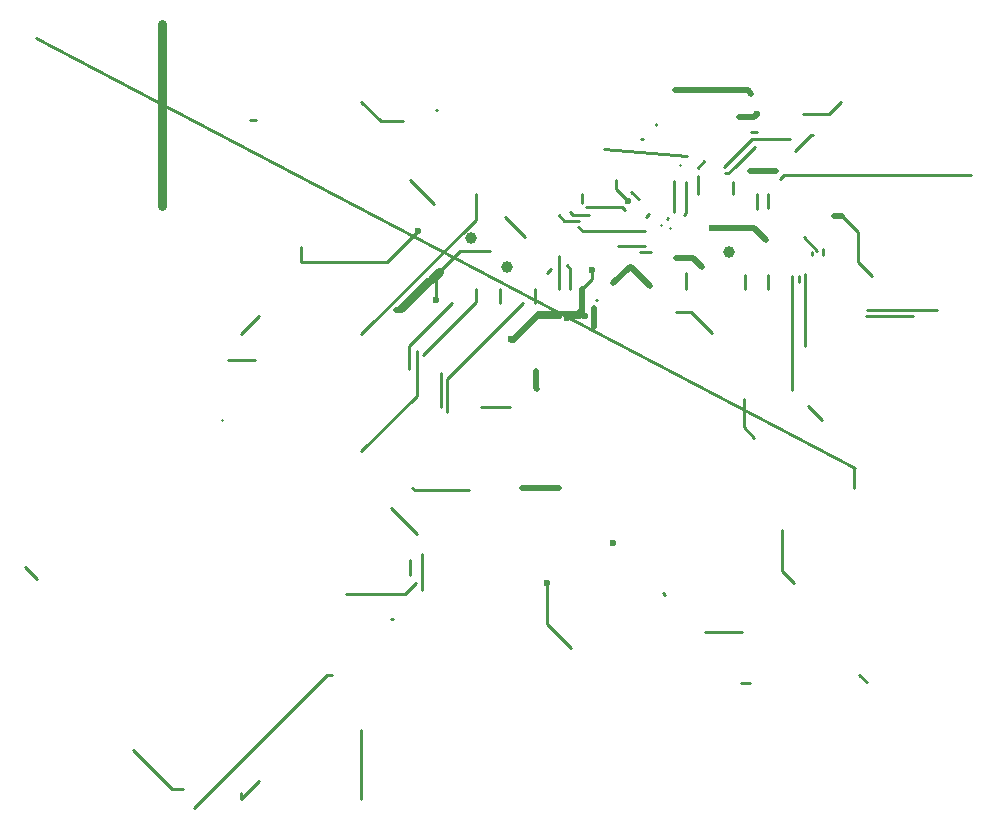
<source format=gbr>
From d4d0f850f0e5906eb014ba6ac8b834d22ef92845 Mon Sep 17 00:00:00 2001
From: jaseg <git@jaseg.net>
Date: Wed, 6 Sep 2017 14:30:43 +0200
Subject: Fix up version label and one ground trace

---
 hw/chibi/chibi_2024/gerbers/chibi_2024-B.Cu.gbr | 151 +++++++++++++-----------
 1 file changed, 80 insertions(+), 71 deletions(-)

(limited to 'hw/chibi/chibi_2024/gerbers/chibi_2024-B.Cu.gbr')

diff --git a/hw/chibi/chibi_2024/gerbers/chibi_2024-B.Cu.gbr b/hw/chibi/chibi_2024/gerbers/chibi_2024-B.Cu.gbr
index 2df4e79..af1bb0f 100644
--- a/hw/chibi/chibi_2024/gerbers/chibi_2024-B.Cu.gbr
+++ b/hw/chibi/chibi_2024/gerbers/chibi_2024-B.Cu.gbr
@@ -1,7 +1,7 @@
 G04 #@! TF.FileFunction,Copper,L2,Bot,Signal*
 %FSLAX46Y46*%
 G04 Gerber Fmt 4.6, Leading zero omitted, Abs format (unit mm)*
-G04 Created by KiCad (PCBNEW 4.0.6) date Wed Sep  6 13:58:48 2017*
+G04 Created by KiCad (PCBNEW 4.0.6) date Wed Sep  6 14:29:47 2017*
 %MOMM*%
 %LPD*%
 G01*
@@ -23,8 +23,8 @@ G04 APERTURE LIST*
 %ADD24O,1.727200X1.727200*%
 %ADD25C,0.600000*%
 %ADD26C,1.000000*%
-%ADD27C,0.254000*%
-%ADD28C,0.500000*%
+%ADD27C,0.500000*%
+%ADD28C,0.254000*%
 %ADD29C,0.800000*%
 %ADD30C,0.350000*%
 %ADD31C,1.000000*%
@@ -240,6 +240,11 @@ X120650000Y-60960000D03*
 X130810000Y-60960000D03*
 X123190000Y-60960000D03*
 D25*
+X96393000Y-79121000D03*
+X95885000Y-79121000D03*
+X94869000Y-79248000D03*
+X94234000Y-79121000D03*
+X90297000Y-81153000D03*
 X98806000Y-98298000D03*
 X93218000Y-101727000D03*
 X107188000Y-71628000D03*
@@ -278,7 +283,6 @@ X110998000Y-61976000D03*
 X100076000Y-69342000D03*
 X97028000Y-75184000D03*
 X82296000Y-71882000D03*
-X90170000Y-81026000D03*
 X83820000Y-77724000D03*
 X83820000Y-75692000D03*
 D26*
@@ -466,18 +470,31 @@ X89789000Y-74930000D03*
 X86741000Y-72517000D03*
 X108585000Y-73660000D03*
 D27*
+X96178000Y-78906000D02*
+X96178000Y-76771000D01*
+X96393000Y-79121000D02*
+X96178000Y-78906000D01*
+X94996000Y-79121000D02*
+X95885000Y-79121000D01*
+X94869000Y-79248000D02*
+X94996000Y-79121000D01*
+X92329000Y-79121000D02*
+X94234000Y-79121000D01*
+X90297000Y-81153000D02*
+X92329000Y-79121000D01*
+D28*
 X93218000Y-105168000D02*
 X95250000Y-107200000D01*
 X93218000Y-101727000D02*
 X93218000Y-105168000D01*
-D28*
+D27*
 X110744000Y-71628000D02*
 X110109000Y-71628000D01*
 X110109000Y-71628000D02*
 X107188000Y-71628000D01*
 X111760000Y-72644000D02*
 X110744000Y-71628000D01*
-D27*
+D28*
 X83025000Y-75975000D02*
 X83450000Y-75975000D01*
 X80400000Y-78600000D02*
@@ -485,12 +502,12 @@ X83025000Y-75975000D01*
 D29*
 X83450000Y-75975000D02*
 X84030500Y-75394500D01*
-D28*
+D27*
 X80400000Y-78600000D02*
 X80912000Y-78600000D01*
 X80912000Y-78600000D02*
 X83820000Y-75692000D01*
-D27*
+D28*
 X89662000Y-70739000D02*
 X91313000Y-72390000D01*
 X91313000Y-72390000D02*
@@ -519,7 +536,7 @@ X65659000Y-87900000D02*
 X65700000Y-87900000D01*
 X65700000Y-87900000D02*
 X65659000Y-87900000D01*
-D27*
+D28*
 X68453000Y-82804000D02*
 X66230500Y-82804000D01*
 X66230500Y-82804000D02*
@@ -563,7 +580,7 @@ X110371600Y-110190000D02*
 X109664000Y-110190000D01*
 X103000000Y-102492000D02*
 X103208000Y-102700000D01*
-D28*
+D27*
 X94183200Y-93675200D02*
 X91059000Y-93675200D01*
 X103000000Y-102492000D02*
@@ -627,29 +644,21 @@ X110744000Y-62230000D02*
 X109474000Y-62230000D01*
 X110998000Y-61976000D02*
 X110744000Y-62230000D01*
-D27*
+D28*
 X99060000Y-67564000D02*
 X99060000Y-68326000D01*
 X99060000Y-68326000D02*
 X100076000Y-69342000D01*
-X97028000Y-75184000D02*
-X97028000Y-75921000D01*
 X97028000Y-75921000D02*
 X96178000Y-76771000D01*
+X97028000Y-75184000D02*
+X97028000Y-75921000D01*
 X72390000Y-74549000D02*
 X72390000Y-73215500D01*
 X79629000Y-74549000D02*
 X72390000Y-74549000D01*
 X82296000Y-71882000D02*
 X79629000Y-74549000D01*
-X96178000Y-76771000D02*
-X96178000Y-78320000D01*
-X96178000Y-78320000D02*
-X95758000Y-78740000D01*
-X95758000Y-78740000D02*
-X92456000Y-78740000D01*
-X92456000Y-78740000D02*
-X90170000Y-81026000D01*
 X83820000Y-77724000D02*
 X83820000Y-75692000D01*
 X84030500Y-75481500D02*
@@ -705,7 +714,7 @@ X74993500Y-109474000D02*
 X74549000Y-109474000D01*
 X63309500Y-120713500D02*
 X74549000Y-109474000D01*
-D27*
+D28*
 X109742943Y-105832057D02*
 X106607986Y-105832057D01*
 X111450000Y-104125000D02*
@@ -749,7 +758,7 @@ X84030500Y-75394500D02*
 X85825000Y-73600000D01*
 X85825000Y-73600000D02*
 X88375000Y-73600000D01*
-D27*
+D28*
 X119202200Y-91960700D02*
 X119202200Y-93649800D01*
 X119240300Y-91922600D02*
@@ -765,7 +774,7 @@ X49974000Y-55516000D01*
 D32*
 X120250000Y-110090000D02*
 X121500000Y-111340000D01*
-D27*
+D28*
 X120250000Y-110090000D02*
 X119634000Y-109474000D01*
 D32*
@@ -783,7 +792,7 @@ X50038000Y-85598000D02*
 X50927000Y-86487000D01*
 X50927000Y-86487000D02*
 X50927000Y-91012000D01*
-D27*
+D28*
 X50038000Y-101346000D02*
 X49022000Y-100330000D01*
 X49022000Y-100330000D02*
@@ -837,7 +846,7 @@ X86563200Y-93853000D02*
 X81991200Y-93853000D01*
 X81991200Y-93853000D02*
 X81762600Y-93624400D01*
-D27*
+D28*
 X96178000Y-76771000D02*
 X96178000Y-77864600D01*
 X96178000Y-75703800D02*
@@ -853,14 +862,14 @@ X109855000Y-88519000D02*
 X109855000Y-86106000D01*
 X110744000Y-89408000D02*
 X109855000Y-88519000D01*
-D28*
+D27*
 X110500000Y-60275000D02*
 X110175000Y-59950000D01*
 X110175000Y-59950000D02*
 X104075000Y-59950000D01*
 X112600000Y-66800000D02*
 X110425000Y-66800000D01*
-D27*
+D28*
 X110175000Y-59950000D02*
 X104075000Y-59950000D01*
 D32*
@@ -992,7 +1001,7 @@ X109601000Y-78740000D02*
 X111633000Y-78740000D01*
 X108942000Y-78081000D02*
 X109601000Y-78740000D01*
-D27*
+D28*
 X109942000Y-76771000D02*
 X109942000Y-75605000D01*
 X109942000Y-75605000D02*
@@ -1014,7 +1023,7 @@ X115062000Y-81661000D02*
 X115062000Y-75565000D01*
 X109942000Y-76668000D02*
 X109942000Y-76771000D01*
-D27*
+D28*
 X111942000Y-76771000D02*
 X111942000Y-75637000D01*
 X111942000Y-75637000D02*
@@ -1042,7 +1051,7 @@ X113919000Y-85344000D02*
 X113919000Y-75692000D01*
 X115316000Y-86741000D02*
 X116478050Y-87903050D01*
-D27*
+D28*
 X114554000Y-76200000D02*
 X114554000Y-75692000D01*
 X110942000Y-75494000D02*
@@ -1094,7 +1103,7 @@ X113300000Y-67100000D02*
 X112942000Y-67458000D01*
 X129115000Y-67100000D02*
 X113300000Y-67100000D01*
-D27*
+D28*
 X114935000Y-72390000D02*
 X116100000Y-73555000D01*
 X116100000Y-73555000D02*
@@ -1124,7 +1133,7 @@ X124206000Y-79121000D02*
 X120200000Y-79121000D01*
 X110942000Y-70048000D02*
 X110942000Y-68771000D01*
-D27*
+D28*
 X116600000Y-73914000D02*
 X116600000Y-73420000D01*
 X111942000Y-70286000D02*
@@ -1150,7 +1159,7 @@ X120300000Y-78613000D02*
 X126238000Y-78613000D01*
 X111942000Y-68771000D02*
 X111942000Y-69905000D01*
-D27*
+D28*
 X115600000Y-73914000D02*
 X115600000Y-73690000D01*
 X112141000Y-72136000D02*
@@ -1184,7 +1193,7 @@ X115697000Y-63792100D02*
 X115548900Y-63792100D01*
 X115548900Y-63792100D02*
 X114236000Y-65105000D01*
-D27*
+D28*
 X108942000Y-68771000D02*
 X108942000Y-67715000D01*
 D32*
@@ -1194,7 +1203,7 @@ X107378000Y-66502000D02*
 X108173800Y-66502000D01*
 X106942000Y-66938000D02*
 X107378000Y-66502000D01*
-D27*
+D28*
 X110591600Y-64084200D02*
 X113751006Y-64084200D01*
 D32*
@@ -1202,7 +1211,7 @@ X115351206Y-62484000D02*
 X124206000Y-62484000D01*
 X124206000Y-62484000D02*
 X125730000Y-60960000D01*
-D27*
+D28*
 X110591600Y-64084200D02*
 X108173800Y-66502000D01*
 X113751006Y-64084200D02*
@@ -1220,7 +1229,7 @@ X108529400Y-67010000D02*
 X108267000Y-67010000D01*
 X109096700Y-66442700D02*
 X108529400Y-67010000D01*
-D27*
+D28*
 X109096700Y-66442700D02*
 X110769400Y-64770000D01*
 X110769400Y-64770000D02*
@@ -1242,7 +1251,7 @@ X105942000Y-66541000D02*
 X106489000Y-65994000D01*
 X105942000Y-68771000D02*
 X105942000Y-67264000D01*
-D27*
+D28*
 X110972600Y-63474600D02*
 X110439200Y-63474600D01*
 X110439200Y-63474600D02*
@@ -1256,7 +1265,7 @@ X118110000Y-60960000D02*
 X117094000Y-61976000D01*
 X117094000Y-61976000D02*
 X114909600Y-61976000D01*
-D27*
+D28*
 X105942000Y-68771000D02*
 X105942000Y-67641600D01*
 D29*
@@ -1479,7 +1488,7 @@ X60636002Y-69723000D02*
 X60636002Y-54363998D01*
 X60579000Y-69780002D02*
 X60636002Y-69723000D01*
-D27*
+D28*
 X83858100Y-61633100D02*
 X83794600Y-61633100D01*
 X83794600Y-61633100D02*
@@ -1527,7 +1536,7 @@ X79121000Y-62611000D02*
 X77470000Y-60960000D01*
 X81026000Y-62611000D02*
 X79121000Y-62611000D01*
-D27*
+D28*
 X68580000Y-62484000D02*
 X68072000Y-62484000D01*
 X68072000Y-62484000D02*
@@ -1707,7 +1716,7 @@ X87178000Y-68771000D02*
 X87178000Y-70937000D01*
 X87178000Y-70937000D02*
 X77470000Y-80645000D01*
-D27*
+D28*
 X67310000Y-80645000D02*
 X68834000Y-79121000D01*
 X75692000Y-79121000D02*
@@ -1729,7 +1738,7 @@ X85178000Y-78017000D02*
 X81534000Y-81661000D01*
 X81534000Y-81661000D02*
 X81534000Y-83566000D01*
-D27*
+D28*
 X81622900Y-101003100D02*
 X81622900Y-99733100D01*
 X77924002Y-90858998D02*
@@ -1751,7 +1760,7 @@ X82677000Y-82423000D02*
 X87178000Y-77922000D01*
 X87178000Y-77922000D02*
 X87178000Y-76771000D01*
-D27*
+D28*
 X82169000Y-85852000D02*
 X77470000Y-90551000D01*
 X77470000Y-90551000D02*
@@ -1767,7 +1776,7 @@ X82169000Y-82042000D02*
 X82169000Y-82804000D01*
 X82169000Y-82804000D02*
 X82169000Y-85852000D01*
-D27*
+D28*
 X76327000Y-102616000D02*
 X76200000Y-102616000D01*
 X75438000Y-101854000D02*
@@ -1797,7 +1806,7 @@ X81153000Y-102616000D02*
 X76327000Y-102616000D01*
 X82092800Y-101676200D02*
 X81153000Y-102616000D01*
-D27*
+D28*
 X82600800Y-102311200D02*
 X82600800Y-99237800D01*
 X83718400Y-86233000D02*
@@ -1825,7 +1834,7 @@ X89178000Y-76771000D02*
 X89178000Y-77954000D01*
 X80137000Y-104775000D02*
 X80010000Y-104775000D01*
-D27*
+D28*
 X82176056Y-97528944D02*
 X79984600Y-95337488D01*
 X79984600Y-91897200D02*
@@ -1863,7 +1872,7 @@ X91178000Y-77986000D02*
 X84709000Y-84455000D01*
 X84709000Y-84455000D02*
 X84709000Y-87172800D01*
-D27*
+D28*
 X84201000Y-86334600D02*
 X84201000Y-86791800D01*
 X82550000Y-104343200D02*
@@ -1893,7 +1902,7 @@ X84201000Y-83947000D02*
 X84201000Y-86334600D01*
 X77470000Y-114173000D02*
 X77470000Y-120015000D01*
-D27*
+D28*
 X67310000Y-120015000D02*
 X68834000Y-118491000D01*
 X74295000Y-118491000D02*
@@ -1925,7 +1934,7 @@ X92178000Y-76771000D02*
 X92178000Y-78002000D01*
 X67310000Y-119507000D02*
 X67310000Y-120015000D01*
-D27*
+D28*
 X104425000Y-66325000D02*
 X104425000Y-66300000D01*
 X104425000Y-66300000D02*
@@ -1949,7 +1958,7 @@ X95400000Y-70500000D02*
 X95178000Y-70278000D01*
 X96774000Y-70500000D02*
 X95400000Y-70500000D01*
-D27*
+D28*
 X102425000Y-62900000D02*
 X102425000Y-62800000D01*
 X105050000Y-65525000D02*
@@ -1975,7 +1984,7 @@ X98025000Y-64975000D01*
 D32*
 X100950000Y-66900000D02*
 X100175000Y-66125000D01*
-D27*
+D28*
 X100965000Y-69215000D02*
 X100330000Y-68580000D01*
 X100330000Y-68580000D02*
@@ -1987,7 +1996,7 @@ X107188000Y-80518000D02*
 X105410000Y-78740000D01*
 X105410000Y-78740000D02*
 X104140000Y-78740000D01*
-D27*
+D28*
 X101125000Y-64075000D02*
 X101286000Y-64075000D01*
 X101286000Y-64075000D02*
@@ -2002,7 +2011,7 @@ X113100000Y-100700000D02*
 X113100000Y-97200000D01*
 X114100000Y-101700000D02*
 X113100000Y-100700000D01*
-D27*
+D28*
 X101575000Y-70725000D02*
 X101815000Y-70485000D01*
 X102790000Y-70485000D02*
@@ -2028,7 +2037,7 @@ X94675000Y-71000000D02*
 X95925000Y-71000000D01*
 X94178000Y-70503000D02*
 X94675000Y-71000000D01*
-D27*
+D28*
 X99187000Y-73152000D02*
 X101473000Y-73152000D01*
 X101473000Y-73152000D02*
@@ -2040,7 +2049,7 @@ X104775000Y-70500000D02*
 X104942000Y-70333000D01*
 X104942000Y-70333000D02*
 X104942000Y-68771000D01*
-D27*
+D28*
 X103632000Y-71628000D02*
 X103647000Y-71628000D01*
 X103647000Y-71628000D02*
@@ -2064,7 +2073,7 @@ X93475000Y-75150000D02*
 X93178000Y-75447000D01*
 X93475000Y-75150000D02*
 X93525000Y-75100000D01*
-D27*
+D28*
 X104942000Y-67727200D02*
 X104942000Y-68771000D01*
 X104942000Y-67574800D02*
@@ -2074,7 +2083,7 @@ X95178000Y-76771000D02*
 X95178000Y-75078000D01*
 X95178000Y-75078000D02*
 X94875000Y-74775000D01*
-D27*
+D28*
 X101092000Y-73660000D02*
 X101981000Y-73660000D01*
 X103124000Y-72517000D02*
@@ -2094,7 +2103,7 @@ X103475000Y-70750000D02*
 X103378000Y-70847000D01*
 X103942000Y-68771000D02*
 X103942000Y-70283000D01*
-D27*
+D28*
 X102870000Y-71374000D02*
 X102870000Y-71374000D01*
 X102870000Y-71374000D02*
@@ -2110,7 +2119,7 @@ X94200000Y-74453000D02*
 X94200000Y-73975000D01*
 X94178000Y-76771000D02*
 X94178000Y-74475000D01*
-D27*
+D28*
 X103942000Y-68771000D02*
 X103942000Y-67660400D01*
 D32*
@@ -2118,7 +2127,7 @@ X94157800Y-76791200D02*
 X94178000Y-76771000D01*
 X94107000Y-76700000D02*
 X94178000Y-76771000D01*
-D27*
+D28*
 X104942000Y-76771000D02*
 X104942000Y-75478000D01*
 X104942000Y-75478000D02*
@@ -2142,7 +2151,7 @@ X100602000Y-71900000D02*
 X96149998Y-71900000D01*
 X95849996Y-71525000D02*
 X96224996Y-71900000D01*
-D27*
+D28*
 X101473000Y-71900000D02*
 X100602000Y-71900000D01*
 X92850000Y-74625000D02*
@@ -2162,7 +2171,7 @@ X62200000Y-119126000D02*
 X61476000Y-119126000D01*
 X61476000Y-119126000D02*
 X58150000Y-115800000D01*
-D27*
+D28*
 X62200000Y-119126000D02*
 X62357000Y-119126000D01*
 D32*
@@ -2176,7 +2185,7 @@ X65532000Y-103505000D02*
 X65532000Y-114935000D01*
 X65532000Y-114935000D02*
 X65532000Y-115316000D01*
-D27*
+D28*
 X83642200Y-69596000D02*
 X81635600Y-67589400D01*
 X81635600Y-67589400D02*
@@ -2196,7 +2205,7 @@ X90034000Y-86750000D02*
 X88700000Y-86750000D01*
 X88700000Y-86750000D02*
 X87630000Y-86750000D01*
-D28*
+D27*
 X106299000Y-74930000D02*
 X105537000Y-74168000D01*
 X113538000Y-73533000D02*
@@ -2219,14 +2228,14 @@ X105537000Y-74168000D02*
 X104140000Y-74168000D01*
 X118200000Y-70620000D02*
 X117467000Y-70620000D01*
-D27*
+D28*
 X118200000Y-70620000D02*
 X119507000Y-71927000D01*
 X119507000Y-74467000D02*
 X120740000Y-75700000D01*
 X119507000Y-71927000D02*
 X119507000Y-74467000D01*
-D28*
+D27*
 X100330000Y-74930000D02*
 X101942000Y-76542000D01*
 X101942000Y-76542000D02*
@@ -2235,7 +2244,7 @@ X98802000Y-76323000D02*
 X100195000Y-74930000D01*
 X100195000Y-74930000D02*
 X100330000Y-74930000D01*
-D27*
+D28*
 X97376000Y-77724000D02*
 X97401000Y-77724000D01*
 X99822000Y-70104000D02*
@@ -2246,7 +2255,7 @@ X99568000Y-69850000D02*
 X96520000Y-69850000D01*
 X99822000Y-70104000D02*
 X99568000Y-69850000D01*
-D28*
+D27*
 X97175000Y-78425000D02*
 X97175000Y-79975000D01*
 X96350000Y-80800000D02*
@@ -2265,7 +2274,7 @@ X92325000Y-85225000D02*
 X92275000Y-85175000D01*
 X92275000Y-85175000D02*
 X92275000Y-83775000D01*
-D27*
+D28*
 X96178000Y-69508000D02*
 X96178000Y-68771000D01*
 X98875000Y-76250000D02*
-- 
cgit 


</source>
